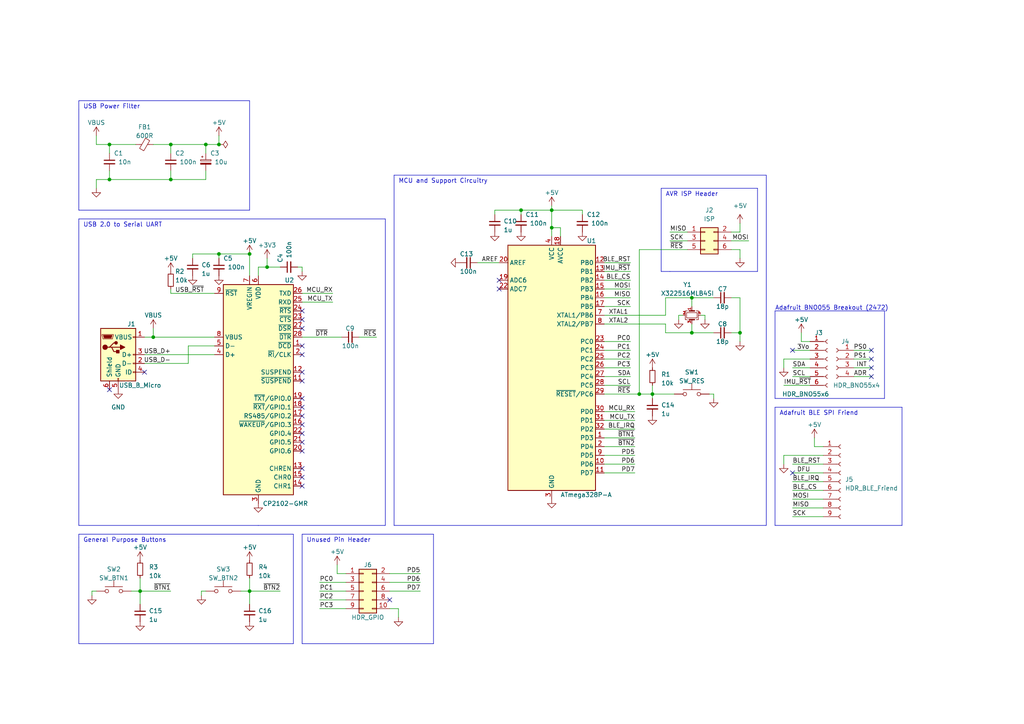
<source format=kicad_sch>
(kicad_sch (version 20230121) (generator eeschema)
  (paper "A4")
  (title_block (title "Rep Tracker") (date "2023-06-03") (rev "0"))
  (lib_symbols
    (symbol "+5V_1" (power) (pin_names (offset 0))
      (property "Value" "+5V_1" (at 0 3.556 0))
      (symbol "+5V_1_1_1"
        (pin power_in line (at 0 0 90) (length 0) hide (name "+5V") (number "1"))
      )
    )
    (symbol "+5V_2" (power) (pin_names (offset 0))
      (property "Value" "+5V_2" (at 0 3.556 0))
      (symbol "+5V_2_1_1"
        (pin power_in line (at 0 0 90) (length 0) hide (name "+5V") (number "1"))
      )
    )
    (symbol "+5V_3" (power) (pin_names (offset 0))
      (property "Value" "+5V_3" (at 0 3.556 0))
      (symbol "+5V_3_1_1"
        (pin power_in line (at 0 0 90) (length 0) hide (name "+5V") (number "1"))
      )
    )
    (symbol "+5V_4" (power) (pin_names (offset 0))
      (property "Value" "+5V_4" (at 0 3.556 0))
      (symbol "+5V_4_1_1"
        (pin power_in line (at 0 0 90) (length 0) hide (name "+5V") (number "1"))
      )
    )
    (symbol "Connector:Conn_01x04_Socket" (pin_names (offset 1.016) hide)
      (property "Reference" "J" (at 0 5.08 0))
      (property "Value" "Conn_01x04_Socket" (at 0 -7.62 0))
      (symbol "Conn_01x04_Socket_1_1"
        (pin passive line (at -5.08 2.54 0) (length 3.81) (name "Pin_1") (number "1"))
        (pin passive line (at -5.08 0 0) (length 3.81) (name "Pin_2") (number "2"))
        (pin passive line (at -5.08 -2.54 0) (length 3.81) (name "Pin_3") (number "3"))
        (pin passive line (at -5.08 -5.08 0) (length 3.81) (name "Pin_4") (number "4"))
      )
    )
    (symbol "Connector:Conn_01x06_Socket" (pin_names (offset 1.016) hide)
      (property "Reference" "J" (at 0 7.62 0))
      (property "Value" "Conn_01x06_Socket" (at 0 -10.16 0))
      (symbol "Conn_01x06_Socket_1_1"
        (pin passive line (at -5.08 5.08 0) (length 3.81) (name "Pin_1") (number "1"))
        (pin passive line (at -5.08 2.54 0) (length 3.81) (name "Pin_2") (number "2"))
        (pin passive line (at -5.08 0 0) (length 3.81) (name "Pin_3") (number "3"))
        (pin passive line (at -5.08 -2.54 0) (length 3.81) (name "Pin_4") (number "4"))
        (pin passive line (at -5.08 -5.08 0) (length 3.81) (name "Pin_5") (number "5"))
        (pin passive line (at -5.08 -7.62 0) (length 3.81) (name "Pin_6") (number "6"))
      )
    )
    (symbol "Connector:Conn_01x09_Socket" (pin_names (offset 1.016) hide)
      (property "Reference" "J" (at 0 12.7 0))
      (property "Value" "Conn_01x09_Socket" (at 0 -12.7 0))
      (symbol "Conn_01x09_Socket_1_1"
        (pin passive line (at -5.08 10.16 0) (length 3.81) (name "Pin_1") (number "1"))
        (pin passive line (at -5.08 7.62 0) (length 3.81) (name "Pin_2") (number "2"))
        (pin passive line (at -5.08 5.08 0) (length 3.81) (name "Pin_3") (number "3"))
        (pin passive line (at -5.08 2.54 0) (length 3.81) (name "Pin_4") (number "4"))
        (pin passive line (at -5.08 0 0) (length 3.81) (name "Pin_5") (number "5"))
        (pin passive line (at -5.08 -2.54 0) (length 3.81) (name "Pin_6") (number "6"))
        (pin passive line (at -5.08 -5.08 0) (length 3.81) (name "Pin_7") (number "7"))
        (pin passive line (at -5.08 -7.62 0) (length 3.81) (name "Pin_8") (number "8"))
        (pin passive line (at -5.08 -10.16 0) (length 3.81) (name "Pin_9") (number "9"))
      )
    )
    (symbol "Connector:USB_B_Micro" (pin_names (offset 1.016))
      (property "Reference" "J" (at -5.08 11.43 0))
      (property "Value" "USB_B_Micro" (at -5.08 8.89 0))
      (symbol "USB_B_Micro_1_1"
        (pin power_out line (at 7.62 5.08 180) (length 2.54) (name "VBUS") (number "1"))
        (pin bidirectional line (at 7.62 -2.54 180) (length 2.54) (name "D-") (number "2"))
        (pin bidirectional line (at 7.62 0 180) (length 2.54) (name "D+") (number "3"))
        (pin passive line (at 7.62 -5.08 180) (length 2.54) (name "ID") (number "4"))
        (pin power_out line (at 0 -10.16 90) (length 2.54) (name "GND") (number "5"))
        (pin passive line (at -2.54 -10.16 90) (length 2.54) (name "Shield") (number "6"))
      )
    )
    (symbol "Connector_Generic:Conn_02x03_Odd_Even" (pin_names (offset 1.016) hide)
      (property "Reference" "J" (at 1.27 5.08 0))
      (property "Value" "Conn_02x03_Odd_Even" (at 1.27 -5.08 0))
      (symbol "Conn_02x03_Odd_Even_1_1"
        (pin passive line (at -5.08 2.54 0) (length 3.81) (name "Pin_1") (number "1"))
        (pin passive line (at 7.62 2.54 180) (length 3.81) (name "Pin_2") (number "2"))
        (pin passive line (at -5.08 0 0) (length 3.81) (name "Pin_3") (number "3"))
        (pin passive line (at 7.62 0 180) (length 3.81) (name "Pin_4") (number "4"))
        (pin passive line (at -5.08 -2.54 0) (length 3.81) (name "Pin_5") (number "5"))
        (pin passive line (at 7.62 -2.54 180) (length 3.81) (name "Pin_6") (number "6"))
      )
    )
    (symbol "Connector_Generic:Conn_02x05_Odd_Even" (pin_names (offset 1.016) hide)
      (property "Reference" "J" (at 1.27 7.62 0))
      (property "Value" "Conn_02x05_Odd_Even" (at 1.27 -7.62 0))
      (symbol "Conn_02x05_Odd_Even_1_1"
        (pin passive line (at -5.08 5.08 0) (length 3.81) (name "Pin_1") (number "1"))
        (pin passive line (at 7.62 -5.08 180) (length 3.81) (name "Pin_10") (number "10"))
        (pin passive line (at 7.62 5.08 180) (length 3.81) (name "Pin_2") (number "2"))
        (pin passive line (at -5.08 2.54 0) (length 3.81) (name "Pin_3") (number "3"))
        (pin passive line (at 7.62 2.54 180) (length 3.81) (name "Pin_4") (number "4"))
        (pin passive line (at -5.08 0 0) (length 3.81) (name "Pin_5") (number "5"))
        (pin passive line (at 7.62 0 180) (length 3.81) (name "Pin_6") (number "6"))
        (pin passive line (at -5.08 -2.54 0) (length 3.81) (name "Pin_7") (number "7"))
        (pin passive line (at 7.62 -2.54 180) (length 3.81) (name "Pin_8") (number "8"))
        (pin passive line (at -5.08 -5.08 0) (length 3.81) (name "Pin_9") (number "9"))
      )
    )
    (symbol "Device:C_Polarized_Small" (pin_numbers hide) (pin_names (offset 0.254) hide)
      (property "Reference" "C" (at 0.254 1.778 0))
      (property "Value" "C_Polarized_Small" (at 0.254 -2.032 0))
      (symbol "C_Polarized_Small_1_1"
        (pin passive line (at 0 2.54 270) (length 1.8542) (name "~") (number "1"))
        (pin passive line (at 0 -2.54 90) (length 1.8542) (name "~") (number "2"))
      )
    )
    (symbol "Device:C_Small" (pin_numbers hide) (pin_names (offset 0.254) hide)
      (property "Reference" "C" (at 0.254 1.778 0))
      (property "Value" "C_Small" (at 0.254 -2.032 0))
      (symbol "C_Small_1_1"
        (pin passive line (at 0 2.54 270) (length 2.032) (name "~") (number "1"))
        (pin passive line (at 0 -2.54 90) (length 2.032) (name "~") (number "2"))
      )
    )
    (symbol "Device:Crystal_GND24_Small" (pin_names (offset 1.016) hide)
      (property "Reference" "Y" (at 1.27 4.445 0))
      (property "Value" "Crystal_GND24_Small" (at 1.27 2.54 0))
      (symbol "Crystal_GND24_Small_1_1"
        (pin passive line (at -2.54 0 0) (length 1.27) (name "1") (number "1"))
        (pin passive line (at 0 -2.54 90) (length 0.635) (name "2") (number "2"))
        (pin passive line (at 2.54 0 180) (length 1.27) (name "3") (number "3"))
        (pin passive line (at 0 2.54 270) (length 0.635) (name "4") (number "4"))
      )
    )
    (symbol "Device:FerriteBead_Small" (pin_numbers hide) (pin_names (offset 0))
      (property "Reference" "FB" (at 1.905 1.27 0))
      (property "Value" "FerriteBead_Small" (at 1.905 -1.27 0))
      (symbol "FerriteBead_Small_1_1"
        (pin passive line (at 0 2.54 270) (length 1.27) (name "~") (number "1"))
        (pin passive line (at 0 -2.54 90) (length 1.27) (name "~") (number "2"))
      )
    )
    (symbol "Device:R_Small" (pin_numbers hide) (pin_names (offset 0.254) hide)
      (property "Reference" "R" (at 0.762 0.508 0))
      (property "Value" "R_Small" (at 0.762 -1.016 0))
      (symbol "R_Small_1_1"
        (pin passive line (at 0 2.54 270) (length 0.762) (name "~") (number "1"))
        (pin passive line (at 0 -2.54 90) (length 0.762) (name "~") (number "2"))
      )
    )
    (symbol "GND_1" (power) (pin_names (offset 0))
      (property "Value" "GND_1" (at 0 -3.81 0))
      (symbol "GND_1_1_1"
        (pin power_in line (at 0 0 270) (length 0) hide (name "GND") (number "1"))
      )
    )
    (symbol "Interface_USB:CP2102N-Axx-xQFN28"
      (property "Reference" "U" (at -8.89 31.75 0))
      (property "Value" "CP2102N-Axx-xQFN28" (at 12.7 31.75 0))
      (symbol "CP2102N-Axx-xQFN28_1_1"
        (pin input line (at 12.7 12.7 180) (length 2.54) (name "~{DCD}") (number "1"))
        (pin no_connect line (at -10.16 -27.94 0) (length 2.54) hide (name "NC") (number "10"))
        (pin output line (at 12.7 2.54 180) (length 2.54) (name "~{SUSPEND}") (number "11"))
        (pin output line (at 12.7 5.08 180) (length 2.54) (name "SUSPEND") (number "12"))
        (pin output line (at 12.7 -22.86 180) (length 2.54) (name "CHREN") (number "13"))
        (pin output line (at 12.7 -27.94 180) (length 2.54) (name "CHR1") (number "14"))
        (pin output line (at 12.7 -25.4 180) (length 2.54) (name "CHR0") (number "15"))
        (pin bidirectional line (at 12.7 -10.16 180) (length 2.54) (name "~{WAKEUP}/GPIO.3") (number "16"))
        (pin bidirectional line (at 12.7 -7.62 180) (length 2.54) (name "RS485/GPIO.2") (number "17"))
        (pin bidirectional line (at 12.7 -5.08 180) (length 2.54) (name "~{RXT}/GPIO.1") (number "18"))
        (pin bidirectional line (at 12.7 -2.54 180) (length 2.54) (name "~{TXT}/GPIO.0") (number "19"))
        (pin bidirectional line (at 12.7 10.16 180) (length 2.54) (name "~{RI}/CLK") (number "2"))
        (pin bidirectional line (at 12.7 -17.78 180) (length 2.54) (name "GPIO.6") (number "20"))
        (pin bidirectional line (at 12.7 -15.24 180) (length 2.54) (name "GPIO.5") (number "21"))
        (pin bidirectional line (at 12.7 -12.7 180) (length 2.54) (name "GPIO.4") (number "22"))
        (pin input line (at 12.7 20.32 180) (length 2.54) (name "~{CTS}") (number "23"))
        (pin output line (at 12.7 22.86 180) (length 2.54) (name "~{RTS}") (number "24"))
        (pin input line (at 12.7 25.4 180) (length 2.54) (name "RXD") (number "25"))
        (pin output line (at 12.7 27.94 180) (length 2.54) (name "TXD") (number "26"))
        (pin input line (at 12.7 17.78 180) (length 2.54) (name "~{DSR}") (number "27"))
        (pin output line (at 12.7 15.24 180) (length 2.54) (name "~{DTR}") (number "28"))
        (pin passive line (at 0 -33.02 90) (length 2.54) hide (name "GND") (number "29"))
        (pin power_in line (at 0 -33.02 90) (length 2.54) (name "GND") (number "3"))
        (pin bidirectional line (at -12.7 10.16 0) (length 2.54) (name "D+") (number "4"))
        (pin bidirectional line (at -12.7 12.7 0) (length 2.54) (name "D-") (number "5"))
        (pin power_in line (at 0 33.02 270) (length 2.54) (name "VDD") (number "6"))
        (pin power_in line (at -2.54 33.02 270) (length 2.54) (name "VREGIN") (number "7"))
        (pin input line (at -12.7 15.24 0) (length 2.54) (name "VBUS") (number "8"))
        (pin input line (at -12.7 27.94 0) (length 2.54) (name "~{RST}") (number "9"))
      )
    )
    (symbol "MCU_Microchip_ATmega:ATmega328P-A"
      (property "Reference" "U" (at -12.7 36.83 0))
      (property "Value" "ATmega328P-A" (at 2.54 -36.83 0))
      (symbol "ATmega328P-A_1_1"
        (pin bidirectional line (at 15.24 -20.32 180) (length 2.54) (name "PD3") (number "1"))
        (pin bidirectional line (at 15.24 -27.94 180) (length 2.54) (name "PD6") (number "10"))
        (pin bidirectional line (at 15.24 -30.48 180) (length 2.54) (name "PD7") (number "11"))
        (pin bidirectional line (at 15.24 30.48 180) (length 2.54) (name "PB0") (number "12"))
        (pin bidirectional line (at 15.24 27.94 180) (length 2.54) (name "PB1") (number "13"))
        (pin bidirectional line (at 15.24 25.4 180) (length 2.54) (name "PB2") (number "14"))
        (pin bidirectional line (at 15.24 22.86 180) (length 2.54) (name "PB3") (number "15"))
        (pin bidirectional line (at 15.24 20.32 180) (length 2.54) (name "PB4") (number "16"))
        (pin bidirectional line (at 15.24 17.78 180) (length 2.54) (name "PB5") (number "17"))
        (pin power_in line (at 2.54 38.1 270) (length 2.54) (name "AVCC") (number "18"))
        (pin input line (at -15.24 25.4 0) (length 2.54) (name "ADC6") (number "19"))
        (pin bidirectional line (at 15.24 -22.86 180) (length 2.54) (name "PD4") (number "2"))
        (pin passive line (at -15.24 30.48 0) (length 2.54) (name "AREF") (number "20"))
        (pin passive line (at 0 -38.1 90) (length 2.54) hide (name "GND") (number "21"))
        (pin input line (at -15.24 22.86 0) (length 2.54) (name "ADC7") (number "22"))
        (pin bidirectional line (at 15.24 7.62 180) (length 2.54) (name "PC0") (number "23"))
        (pin bidirectional line (at 15.24 5.08 180) (length 2.54) (name "PC1") (number "24"))
        (pin bidirectional line (at 15.24 2.54 180) (length 2.54) (name "PC2") (number "25"))
        (pin bidirectional line (at 15.24 0 180) (length 2.54) (name "PC3") (number "26"))
        (pin bidirectional line (at 15.24 -2.54 180) (length 2.54) (name "PC4") (number "27"))
        (pin bidirectional line (at 15.24 -5.08 180) (length 2.54) (name "PC5") (number "28"))
        (pin bidirectional line (at 15.24 -7.62 180) (length 2.54) (name "~{RESET}/PC6") (number "29"))
        (pin power_in line (at 0 -38.1 90) (length 2.54) (name "GND") (number "3"))
        (pin bidirectional line (at 15.24 -12.7 180) (length 2.54) (name "PD0") (number "30"))
        (pin bidirectional line (at 15.24 -15.24 180) (length 2.54) (name "PD1") (number "31"))
        (pin bidirectional line (at 15.24 -17.78 180) (length 2.54) (name "PD2") (number "32"))
        (pin power_in line (at 0 38.1 270) (length 2.54) (name "VCC") (number "4"))
        (pin passive line (at 0 -38.1 90) (length 2.54) hide (name "GND") (number "5"))
        (pin passive line (at 0 38.1 270) (length 2.54) hide (name "VCC") (number "6"))
        (pin bidirectional line (at 15.24 15.24 180) (length 2.54) (name "XTAL1/PB6") (number "7"))
        (pin bidirectional line (at 15.24 12.7 180) (length 2.54) (name "XTAL2/PB7") (number "8"))
        (pin bidirectional line (at 15.24 -25.4 180) (length 2.54) (name "PD5") (number "9"))
      )
    )
    (symbol "PWR_FLAG_1" (power) (pin_numbers hide) (pin_names (offset 0) hide)
      (property "Value" "PWR_FLAG_1" (at 0 3.81 0))
      (symbol "PWR_FLAG_1_0_0"
        (pin power_out line (at 0 0 90) (length 0) (name "pwr") (number "1"))
      )
    )
    (symbol "Switch:SW_Push" (pin_numbers hide) (pin_names (offset 1.016) hide)
      (property "Reference" "SW" (at 1.27 2.54 0))
      (property "Value" "SW_Push" (at 0 -1.524 0))
      (symbol "SW_Push_0_1"
        (pin passive line (at -5.08 0 0) (length 2.54) (name "1") (number "1"))
        (pin passive line (at 5.08 0 180) (length 2.54) (name "2") (number "2"))
      )
    )
    (symbol "power:+3V3" (power) (pin_names (offset 0))
      (property "Value" "+3V3" (at 0 3.556 0))
      (symbol "+3V3_1_1"
        (pin power_in line (at 0 0 90) (length 0) hide (name "+3V3") (number "1"))
      )
    )
    (symbol "power:+5V" (power) (pin_names (offset 0))
      (property "Value" "+5V" (at 0 3.556 0))
      (symbol "+5V_1_1"
        (pin power_in line (at 0 0 90) (length 0) hide (name "+5V") (number "1"))
      )
    )
    (symbol "power:GND" (power) (pin_names (offset 0))
      (property "Value" "GND" (at 0 -3.81 0))
      (symbol "GND_1_1"
        (pin power_in line (at 0 0 270) (length 0) hide (name "GND") (number "1"))
      )
    )
    (symbol "power:VBUS" (power) (pin_names (offset 0))
      (property "Value" "VBUS" (at 0 3.81 0))
      (symbol "VBUS_1_1"
        (pin power_in line (at 0 0 90) (length 0) hide (name "VBUS") (number "1"))
      )
    )
  )
  (junction (at 63.5 41.91))
  (junction (at 72.39 73.66))
  (junction (at 63.5 73.66))
  (junction (at 40.64 171.45))
  (junction (at 77.47 77.47))
  (junction (at 59.69 41.91))
  (junction (at 160.02 60.96))
  (junction (at 151.13 60.96))
  (junction (at 31.75 41.91))
  (junction (at 44.45 97.79))
  (junction (at 200.66 86.36))
  (junction (at 200.66 96.52))
  (junction (at 185.42 114.3))
  (junction (at 214.63 96.52))
  (junction (at 72.39 171.45))
  (junction (at 189.23 114.3))
  (junction (at 49.53 52.07))
  (junction (at 160.02 66.04))
  (junction (at 49.53 41.91))
  (junction (at 31.75 52.07))
  (no_connect (at 87.63 125.73))
  (no_connect (at 229.87 101.6))
  (no_connect (at 87.63 118.11))
  (no_connect (at 113.03 173.99))
  (no_connect (at 252.73 109.22))
  (no_connect (at 87.63 130.81))
  (no_connect (at 41.91 107.95))
  (no_connect (at 252.73 101.6))
  (no_connect (at 144.78 81.28))
  (no_connect (at 144.78 83.82))
  (no_connect (at 87.63 107.95))
  (no_connect (at 87.63 135.89))
  (no_connect (at 87.63 110.49))
  (no_connect (at 252.73 104.14))
  (no_connect (at 252.73 106.68))
  (no_connect (at 87.63 128.27))
  (no_connect (at 87.63 138.43))
  (no_connect (at 87.63 140.97))
  (no_connect (at 87.63 92.71))
  (no_connect (at 87.63 95.25))
  (no_connect (at 87.63 90.17))
  (no_connect (at 87.63 120.65))
  (no_connect (at 31.75 113.03))
  (no_connect (at 229.87 137.16))
  (no_connect (at 87.63 100.33))
  (no_connect (at 87.63 123.19))
  (no_connect (at 87.63 115.57))
  (no_connect (at 87.63 102.87))
  (wire (pts (xy 143.51 60.96) (xy 151.13 60.96)))
  (polyline (pts (xy 72.39 29.21) (xy 22.86 29.21)))
  (wire (pts (xy 62.23 100.33) (xy 54.61 100.33)))
  (wire (pts (xy 227.33 104.14) (xy 234.95 104.14)))
  (wire (pts (xy 229.87 134.62) (xy 238.76 134.62)))
  (wire (pts (xy 175.26 121.92) (xy 184.15 121.92)))
  (polyline (pts (xy 261.62 118.11) (xy 224.79 118.11)))
  (wire (pts (xy 175.26 86.36) (xy 182.88 86.36)))
  (wire (pts (xy 59.69 52.07) (xy 49.53 52.07)))
  (wire (pts (xy 63.5 73.66) (xy 72.39 73.66)))
  (wire (pts (xy 27.94 171.45) (xy 26.67 171.45)))
  (wire (pts (xy 204.47 92.71) (xy 204.47 91.44)))
  (wire (pts (xy 175.26 129.54) (xy 184.15 129.54)))
  (polyline (pts (xy 111.76 63.5) (xy 22.86 63.5)))
  (wire (pts (xy 87.63 77.47) (xy 86.36 77.47)))
  (wire (pts (xy 87.63 97.79) (xy 99.06 97.79)))
  (wire (pts (xy 168.91 60.96) (xy 160.02 60.96)))
  (polyline (pts (xy 22.86 31.75) (xy 22.86 60.96)))
  (wire (pts (xy 214.63 72.39) (xy 214.63 74.93)))
  (wire (pts (xy 185.42 72.39) (xy 185.42 114.3)))
  (wire (pts (xy 175.26 127) (xy 184.15 127)))
  (wire (pts (xy 247.65 109.22) (xy 252.73 109.22)))
  (wire (pts (xy 77.47 77.47) (xy 81.28 77.47)))
  (wire (pts (xy 63.5 41.91) (xy 63.5 39.37)))
  (polyline (pts (xy 224.79 115.57) (xy 256.54 115.57)))
  (wire (pts (xy 175.26 104.14) (xy 182.88 104.14)))
  (wire (pts (xy 143.51 62.23) (xy 143.51 60.96)))
  (wire (pts (xy 54.61 100.33) (xy 54.61 105.41)))
  (wire (pts (xy 40.64 171.45) (xy 40.64 175.26)))
  (wire (pts (xy 234.95 99.06) (xy 232.41 99.06)))
  (wire (pts (xy 58.42 171.45) (xy 58.42 172.72)))
  (wire (pts (xy 175.26 93.98) (xy 193.04 93.98)))
  (wire (pts (xy 229.87 137.16) (xy 238.76 137.16)))
  (polyline (pts (xy 222.25 152.4) (xy 222.25 50.8)))
  (wire (pts (xy 74.93 77.47) (xy 77.47 77.47)))
  (wire (pts (xy 160.02 60.96) (xy 160.02 66.04)))
  (wire (pts (xy 72.39 171.45) (xy 72.39 175.26)))
  (wire (pts (xy 151.13 62.23) (xy 151.13 60.96)))
  (wire (pts (xy 189.23 114.3) (xy 195.58 114.3)))
  (wire (pts (xy 44.45 41.91) (xy 49.53 41.91)))
  (wire (pts (xy 175.26 134.62) (xy 184.15 134.62)))
  (wire (pts (xy 200.66 86.36) (xy 193.04 86.36)))
  (wire (pts (xy 31.75 49.53) (xy 31.75 52.07)))
  (polyline (pts (xy 191.77 54.61) (xy 191.77 78.74)))
  (polyline (pts (xy 111.76 152.4) (xy 111.76 63.5)))
  (wire (pts (xy 113.03 168.91) (xy 121.92 168.91)))
  (wire (pts (xy 175.26 83.82) (xy 182.88 83.82)))
  (wire (pts (xy 59.69 171.45) (xy 58.42 171.45)))
  (wire (pts (xy 55.88 74.93) (xy 55.88 73.66)))
  (wire (pts (xy 113.03 171.45) (xy 121.92 171.45)))
  (wire (pts (xy 247.65 101.6) (xy 252.73 101.6)))
  (wire (pts (xy 229.87 149.86) (xy 238.76 149.86)))
  (wire (pts (xy 200.66 96.52) (xy 207.01 96.52)))
  (wire (pts (xy 31.75 52.07) (xy 27.94 52.07)))
  (wire (pts (xy 175.26 114.3) (xy 185.42 114.3)))
  (wire (pts (xy 113.03 166.37) (xy 121.92 166.37)))
  (wire (pts (xy 59.69 49.53) (xy 59.69 52.07)))
  (wire (pts (xy 72.39 73.66) (xy 72.39 80.01)))
  (polyline (pts (xy 224.79 118.11) (xy 224.79 152.4)))
  (polyline (pts (xy 261.62 152.4) (xy 261.62 118.11)))
  (wire (pts (xy 41.91 105.41) (xy 54.61 105.41)))
  (polyline (pts (xy 22.86 154.94) (xy 22.86 158.75)))
  (wire (pts (xy 175.26 101.6) (xy 182.88 101.6)))
  (wire (pts (xy 113.03 176.53) (xy 115.57 176.53)))
  (polyline (pts (xy 219.71 78.74) (xy 219.71 54.61)))
  (wire (pts (xy 97.79 163.83) (xy 97.79 166.37)))
  (wire (pts (xy 205.74 114.3) (xy 207.01 114.3)))
  (wire (pts (xy 207.01 114.3) (xy 207.01 115.57)))
  (wire (pts (xy 40.64 167.64) (xy 40.64 171.45)))
  (polyline (pts (xy 72.39 60.96) (xy 72.39 29.21)))
  (wire (pts (xy 175.26 88.9) (xy 182.88 88.9)))
  (wire (pts (xy 200.66 93.98) (xy 200.66 96.52)))
  (wire (pts (xy 55.88 73.66) (xy 63.5 73.66)))
  (polyline (pts (xy 22.86 186.69) (xy 85.09 186.69)))
  (polyline (pts (xy 219.71 54.61) (xy 191.77 54.61)))
  (wire (pts (xy 27.94 52.07) (xy 27.94 54.61)))
  (wire (pts (xy 196.85 91.44) (xy 198.12 91.44)))
  (wire (pts (xy 160.02 66.04) (xy 160.02 68.58)))
  (wire (pts (xy 200.66 88.9) (xy 200.66 86.36)))
  (wire (pts (xy 49.53 49.53) (xy 49.53 52.07)))
  (wire (pts (xy 236.22 127) (xy 236.22 129.54)))
  (wire (pts (xy 38.1 171.45) (xy 40.64 171.45)))
  (polyline (pts (xy 125.73 154.94) (xy 125.73 186.69)))
  (wire (pts (xy 232.41 96.52) (xy 232.41 99.06)))
  (polyline (pts (xy 114.3 152.4) (xy 222.25 152.4)))
  (wire (pts (xy 247.65 106.68) (xy 252.73 106.68)))
  (wire (pts (xy 196.85 92.71) (xy 196.85 91.44)))
  (wire (pts (xy 87.63 78.74) (xy 87.63 77.47)))
  (wire (pts (xy 227.33 132.08) (xy 227.33 134.62)))
  (wire (pts (xy 175.26 81.28) (xy 182.88 81.28)))
  (wire (pts (xy 200.66 96.52) (xy 193.04 96.52)))
  (wire (pts (xy 49.53 52.07) (xy 31.75 52.07)))
  (wire (pts (xy 31.75 41.91) (xy 39.37 41.91)))
  (polyline (pts (xy 87.63 154.94) (xy 125.73 154.94)))
  (wire (pts (xy 212.09 86.36) (xy 214.63 86.36)))
  (wire (pts (xy 44.45 95.25) (xy 44.45 97.79)))
  (wire (pts (xy 92.71 168.91) (xy 100.33 168.91)))
  (wire (pts (xy 87.63 85.09) (xy 96.52 85.09)))
  (wire (pts (xy 92.71 176.53) (xy 100.33 176.53)))
  (wire (pts (xy 189.23 114.3) (xy 189.23 115.57)))
  (wire (pts (xy 189.23 111.76) (xy 189.23 114.3)))
  (wire (pts (xy 77.47 77.47) (xy 77.47 74.93)))
  (wire (pts (xy 31.75 41.91) (xy 31.75 44.45)))
  (wire (pts (xy 138.43 76.2) (xy 144.78 76.2)))
  (wire (pts (xy 104.14 97.79) (xy 109.22 97.79)))
  (wire (pts (xy 229.87 144.78) (xy 238.76 144.78)))
  (wire (pts (xy 214.63 67.31) (xy 214.63 64.77)))
  (polyline (pts (xy 256.54 115.57) (xy 256.54 90.17)))
  (wire (pts (xy 229.87 147.32) (xy 238.76 147.32)))
  (polyline (pts (xy 194.31 78.74) (xy 219.71 78.74)))
  (polyline (pts (xy 22.86 60.96) (xy 72.39 60.96)))
  (wire (pts (xy 193.04 96.52) (xy 193.04 93.98)))
  (polyline (pts (xy 222.25 50.8) (xy 114.3 50.8)))
  (wire (pts (xy 229.87 101.6) (xy 234.95 101.6)))
  (wire (pts (xy 229.87 142.24) (xy 238.76 142.24)))
  (wire (pts (xy 72.39 167.64) (xy 72.39 171.45)))
  (polyline (pts (xy 87.63 186.69) (xy 87.63 154.94)))
  (polyline (pts (xy 22.86 63.5) (xy 22.86 152.4)))
  (wire (pts (xy 247.65 104.14) (xy 252.73 104.14)))
  (wire (pts (xy 238.76 129.54) (xy 236.22 129.54)))
  (polyline (pts (xy 191.77 78.74) (xy 194.31 78.74)))
  (wire (pts (xy 214.63 96.52) (xy 214.63 99.06)))
  (wire (pts (xy 175.26 111.76) (xy 182.88 111.76)))
  (wire (pts (xy 212.09 96.52) (xy 214.63 96.52)))
  (wire (pts (xy 59.69 41.91) (xy 63.5 41.91)))
  (wire (pts (xy 49.53 83.82) (xy 49.53 85.09)))
  (wire (pts (xy 151.13 60.96) (xy 160.02 60.96)))
  (wire (pts (xy 229.87 109.22) (xy 234.95 109.22)))
  (wire (pts (xy 49.53 41.91) (xy 49.53 44.45)))
  (wire (pts (xy 92.71 171.45) (xy 100.33 171.45)))
  (wire (pts (xy 212.09 69.85) (xy 217.17 69.85)))
  (wire (pts (xy 193.04 86.36) (xy 193.04 91.44)))
  (wire (pts (xy 26.67 171.45) (xy 26.67 172.72)))
  (wire (pts (xy 229.87 106.68) (xy 234.95 106.68)))
  (wire (pts (xy 204.47 91.44) (xy 203.2 91.44)))
  (wire (pts (xy 194.31 67.31) (xy 199.39 67.31)))
  (wire (pts (xy 92.71 173.99) (xy 100.33 173.99)))
  (wire (pts (xy 175.26 124.46) (xy 184.15 124.46)))
  (wire (pts (xy 44.45 97.79) (xy 62.23 97.79)))
  (polyline (pts (xy 114.3 50.8) (xy 114.3 152.4)))
  (wire (pts (xy 115.57 176.53) (xy 115.57 179.07)))
  (polyline (pts (xy 74.93 152.4) (xy 111.76 152.4)))
  (wire (pts (xy 41.91 102.87) (xy 62.23 102.87)))
  (wire (pts (xy 227.33 111.76) (xy 234.95 111.76)))
  (wire (pts (xy 49.53 41.91) (xy 59.69 41.91)))
  (wire (pts (xy 59.69 41.91) (xy 59.69 44.45)))
  (wire (pts (xy 185.42 72.39) (xy 199.39 72.39)))
  (polyline (pts (xy 22.86 152.4) (xy 74.93 152.4)))
  (wire (pts (xy 27.94 39.37) (xy 27.94 41.91)))
  (wire (pts (xy 74.93 80.01) (xy 74.93 77.47)))
  (wire (pts (xy 175.26 76.2) (xy 182.88 76.2)))
  (wire (pts (xy 41.91 97.79) (xy 44.45 97.79)))
  (wire (pts (xy 69.85 171.45) (xy 72.39 171.45)))
  (polyline (pts (xy 256.54 90.17) (xy 224.79 90.17)))
  (wire (pts (xy 212.09 67.31) (xy 214.63 67.31)))
  (wire (pts (xy 168.91 62.23) (xy 168.91 60.96)))
  (polyline (pts (xy 22.86 29.21) (xy 22.86 31.75)))
  (wire (pts (xy 214.63 86.36) (xy 214.63 96.52)))
  (wire (pts (xy 185.42 114.3) (xy 189.23 114.3)))
  (wire (pts (xy 49.53 85.09) (xy 62.23 85.09)))
  (wire (pts (xy 175.26 132.08) (xy 184.15 132.08)))
  (wire (pts (xy 40.64 171.45) (xy 49.53 171.45)))
  (wire (pts (xy 227.33 132.08) (xy 238.76 132.08)))
  (wire (pts (xy 27.94 41.91) (xy 31.75 41.91)))
  (wire (pts (xy 87.63 87.63) (xy 96.52 87.63)))
  (wire (pts (xy 72.39 171.45) (xy 81.28 171.45)))
  (wire (pts (xy 162.56 68.58) (xy 162.56 66.04)))
  (wire (pts (xy 175.26 106.68) (xy 182.88 106.68)))
  (wire (pts (xy 160.02 59.69) (xy 160.02 60.96)))
  (polyline (pts (xy 224.79 90.17) (xy 224.79 115.57)))
  (wire (pts (xy 175.26 119.38) (xy 184.15 119.38)))
  (wire (pts (xy 229.87 139.7) (xy 238.76 139.7)))
  (wire (pts (xy 175.26 137.16) (xy 184.15 137.16)))
  (wire (pts (xy 194.31 69.85) (xy 199.39 69.85)))
  (wire (pts (xy 175.26 99.06) (xy 182.88 99.06)))
  (wire (pts (xy 212.09 72.39) (xy 214.63 72.39)))
  (polyline (pts (xy 85.09 186.69) (xy 85.09 154.94)))
  (wire (pts (xy 200.66 86.36) (xy 207.01 86.36)))
  (wire (pts (xy 227.33 104.14) (xy 227.33 106.68)))
  (wire (pts (xy 175.26 78.74) (xy 182.88 78.74)))
  (polyline (pts (xy 224.79 152.4) (xy 261.62 152.4)))
  (wire (pts (xy 175.26 91.44) (xy 193.04 91.44)))
  (wire (pts (xy 162.56 66.04) (xy 160.02 66.04)))
  (polyline (pts (xy 22.86 158.75) (xy 22.86 186.69)))
  (wire (pts (xy 100.33 166.37) (xy 97.79 166.37)))
  (wire (pts (xy 175.26 109.22) (xy 182.88 109.22)))
  (polyline (pts (xy 87.63 186.69) (xy 125.73 186.69)))
  (polyline (pts (xy 85.09 154.94) (xy 22.86 154.94)))
  (wire (pts (xy 63.5 73.66) (xy 63.5 74.93)))
  (text "AVR ISP Header" (at 193.04 57.15 0) (effects (font (size 1.27 1.27)) (justify left bottom)))
  (text "USB 2.0 to Serial UART" (at 24.13 66.04 0) (effects (font (size 1.27 1.27)) (justify left bottom)))
  (text "General Purpose Buttons" (at 24.13 157.48 0) (effects (font (size 1.27 1.27)) (justify left bottom)))
  (text "MCU and Support Circuitry" (at 115.57 53.34 0) (effects (font (size 1.27 1.27)) (justify left bottom)))
  (text "Unused Pin Header" (at 88.9 157.48 0) (effects (font (size 1.27 1.27)) (justify left bottom)))
  (text "Adafruit BNO055 Breakout (2472)" (at 224.79 90.17 0) (effects (font (size 1.27 1.27)) (justify left bottom)))
  (text "USB Power Filter" (at 24.13 31.75 0) (effects (font (size 1.27 1.27)) (justify left bottom)))
  (text "Adafruit BLE SPI Friend" (at 226.06 120.65 0) (effects (font (size 1.27 1.27)) (justify left bottom)))
  (label "BLE_CS" (at 182.88 81.28 180))
  (label "SDA" (at 182.88 109.22 180))
  (label "PD7" (at 184.15 137.16 180))
  (label "PC1" (at 92.71 171.45 0))
  (label "USB_D+" (at 49.53 102.87 180))
  (label "MCU_RX" (at 96.52 85.09 180))
  (label "MISO" (at 229.87 147.32 0))
  (label "~{BTN2}" (at 81.28 171.45 180))
  (label "~{BTN1}" (at 49.53 171.45 180))
  (label "MOSI" (at 229.87 144.78 0))
  (label "USB_~{RST}" (at 50.8 85.09 0))
  (label "XTAL1" (at 176.53 91.44 0))
  (label "IMU_~{RST}" (at 182.88 78.74 180))
  (label "PC3" (at 182.88 106.68 180))
  (label "SDA" (at 229.87 106.68 0))
  (label "SCK" (at 194.31 69.85 0))
  (label "~{RES}" (at 182.88 114.3 180))
  (label "PC2" (at 182.88 104.14 180))
  (label "PC0" (at 182.88 99.06 180))
  (label "MOSI" (at 217.17 69.85 180))
  (label "3Vo" (at 231.14 101.6 0))
  (label "PS1" (at 251.46 104.14 180))
  (label "~{BTN1}" (at 184.15 127 180))
  (label "BLE_CS" (at 229.87 142.24 0))
  (label "~{RES}" (at 109.22 97.79 180))
  (label "MCU_RX" (at 184.15 119.38 180))
  (label "PD5" (at 184.15 132.08 180))
  (label "XTAL2" (at 176.53 93.98 0))
  (label "ADR" (at 251.46 109.22 180))
  (label "PD7" (at 121.92 171.45 180))
  (label "AREF" (at 139.7 76.2 0))
  (label "MISO" (at 194.31 67.31 0))
  (label "SCL" (at 182.88 111.76 180))
  (label "IMU_~{RST}" (at 227.33 111.76 0))
  (label "PD6" (at 184.15 134.62 180))
  (label "MCU_TX" (at 96.52 87.63 180))
  (label "PC2" (at 92.71 173.99 0))
  (label "PC1" (at 182.88 101.6 180))
  (label "PD6" (at 121.92 168.91 180))
  (label "~{DTR}" (at 91.44 97.79 0))
  (label "BLE_IRQ" (at 229.87 139.7 0))
  (label "DFU" (at 231.14 137.16 0))
  (label "INT" (at 251.46 106.68 180))
  (label "MCU_TX" (at 184.15 121.92 180))
  (label "BLE_RST" (at 229.87 134.62 0))
  (label "SCL" (at 229.87 109.22 0))
  (label "~{BTN2}" (at 184.15 129.54 180))
  (label "MISO" (at 182.88 86.36 180))
  (label "PC3" (at 92.71 176.53 0))
  (label "BLE_RST" (at 182.88 76.2 180))
  (label "SCK" (at 229.87 149.86 0))
  (label "PC0" (at 92.71 168.91 0))
  (label "USB_D-" (at 49.53 105.41 180))
  (label "BLE_IRQ" (at 184.15 124.46 180))
  (label "SCK" (at 182.88 88.9 180))
  (label "MOSI" (at 182.88 83.82 180))
  (label "~{RES}" (at 194.31 72.39 0))
  (label "PD5" (at 121.92 166.37 180))
  (label "PS0" (at 251.46 101.6 180))
  (symbol (lib_name "+5V_2") (lib_id "power:+5V") (at 40.64 162.56 0) (unit 1)
    (property "Reference" "#PWR029" (effects hide))
    (property "Value" "+5V" (at 40.64 158.75 0))
  )
  (symbol (lib_id "power:GND") (at 214.63 99.06 0) (unit 1)
    (property "Reference" "#PWR014" (effects hide))
    (property "Value" "GND" (effects hide))
  )
  (symbol (lib_id "Device:R_Small") (at 72.39 165.1 0) (unit 1)
    (property "Reference" "R4" (at 74.93 164.465 0) (effects (justify left)))
    (property "Value" "10k" (at 74.93 167.005 0) (effects (justify left)))
    (property "Footprint" "Resistor_SMD:R_0402_1005Metric" (effects hide))
  )
  (symbol (lib_id "Connector:USB_B_Micro") (at 34.29 102.87 0) (unit 1)
    (property "Reference" "J1" (at 38.1 93.98 0))
    (property "Value" "USB_B_Micro" (at 40.64 111.76 0))
    (property "Footprint" "Connector_USB:USB_Micro-B_Molex-105017-0001" (effects hide))
  )
  (symbol (lib_id "Connector:Conn_01x06_Socket") (at 240.03 104.14 0) (unit 1)
    (property "Reference" "J3" (at 237.49 96.52 0))
    (property "Value" "HDR_BNO55x6" (at 233.68 114.3 0))
    (property "Footprint" "Connector_PinSocket_2.54mm:PinSocket_1x06_P2.54mm_Vertical" (effects hide))
  )
  (symbol (lib_id "power:GND") (at 58.42 172.72 0) (unit 1)
    (property "Reference" "#PWR035" (effects hide))
    (property "Value" "GND" (effects hide))
  )
  (symbol (lib_id "power:GND") (at 55.88 80.01 0) (unit 1)
    (property "Reference" "#PWR09" (effects hide))
    (property "Value" "GND" (effects hide))
  )
  (symbol (lib_id "Device:C_Polarized_Small") (at 59.69 46.99 0) (unit 1)
    (property "Reference" "C3" (at 60.96 44.45 0) (effects (justify left)))
    (property "Value" "10u" (at 62.23 46.99 0) (effects (justify left)))
    (property "Footprint" "Capacitor_Tantalum_SMD:CP_EIA-3216-18_Kemet-A" (effects hide))
    (property "Datasheet" "https://datasheet.lcsc.com/lcsc/1811071223_Kyocera-AVX-TAJA106K016RNJ_C7171.pdf" (effects hide))
    (property "Mfr" "Kyocera AVX" (effects hide))
    (property "Mfr Part" "TAJA106K016RNJ" (effects hide))
    (property "Sup Part" "C7171" (effects hide))
    (property "Sup" "JLCPCB" (effects hide))
  )
  (symbol (lib_id "power:GND") (at 204.47 92.71 0) (unit 1)
    (property "Reference" "#PWR013" (effects hide))
    (property "Value" "GND" (effects hide))
  )
  (symbol (lib_name "+5V_3") (lib_id "power:+5V") (at 160.02 59.69 0) (unit 1)
    (property "Reference" "#PWR023" (effects hide))
    (property "Value" "+5V" (at 160.02 55.88 0))
  )
  (symbol (lib_id "Device:C_Small") (at 63.5 77.47 0) (unit 1)
    (property "Reference" "C5" (at 64.77 74.93 0) (effects (justify left)))
    (property "Value" "100n" (at 66.04 77.47 0) (effects (justify left)))
    (property "Footprint" "Capacitor_SMD:C_0402_1005Metric" (effects hide))
    (property "Datasheet" "https://datasheet.lcsc.com/lcsc/1810191219_Samsung-Electro-Mechanics-CL05B104KO5NNNC_C1525.pdf" (effects hide))
    (property "Mfr" "Samsung Electro-Mechanics" (effects hide))
    (property "Mfr Part" "CL05B104KO5NNNC" (effects hide))
    (property "Sup" "JLCPCB" (effects hide))
    (property "Sup Part" "C1525" (effects hide))
  )
  (symbol (lib_id "power:GND") (at 133.35 76.2 270) (unit 1)
    (property "Reference" "#PWR022" (effects hide))
    (property "Value" "GND" (effects hide))
  )
  (symbol (lib_id "Device:C_Small") (at 72.39 177.8 0) (unit 1)
    (property "Reference" "C16" (at 74.93 177.1713 0) (effects (justify left)))
    (property "Value" "1u" (at 74.93 179.7113 0) (effects (justify left)))
    (property "Footprint" "Capacitor_SMD:C_0402_1005Metric" (effects hide))
  )
  (symbol (lib_id "Device:C_Small") (at 151.13 64.77 0) (unit 1)
    (property "Reference" "C11" (at 152.4 62.23 0) (effects (justify left)))
    (property "Value" "100n" (at 153.67 64.77 0) (effects (justify left)))
    (property "Footprint" "Capacitor_SMD:C_0402_1005Metric" (effects hide))
    (property "Datasheet" "https://datasheet.lcsc.com/lcsc/1810191219_Samsung-Electro-Mechanics-CL05B104KO5NNNC_C1525.pdf" (effects hide))
    (property "Mfr" "Samsung Electro-Mechanics" (effects hide))
    (property "Mfr Part" "CL05B104KO5NNNC" (effects hide))
    (property "Sup" "JLCPCB" (effects hide))
    (property "Sup Part" "C1525" (effects hide))
  )
  (symbol (lib_id "Switch:SW_Push") (at 200.66 114.3 0) (unit 1)
    (property "Reference" "SW1" (at 200.66 107.95 0))
    (property "Value" "SW_RES" (at 200.66 110.49 0))
    (property "Footprint" "Button_Switch_SMD:SW_Tactile_SPST_NO_Straight_CK_PTS636Sx25SMTRLFS" (effects hide))
  )
  (symbol (lib_id "Interface_USB:CP2102N-Axx-xQFN28") (at 74.93 113.03 0) (unit 1)
    (property "Reference" "U2" (at 82.55 81.28 0) (effects (justify left)))
    (property "Value" "CP2102-GMR" (at 76.2 146.05 0) (effects (justify left)))
    (property "Footprint" "Package_DFN_QFN:QFN-28-1EP_5x5mm_P0.5mm_EP3.35x3.35mm" (effects hide))
    (property "Datasheet" "https://www.silabs.com/documents/public/data-sheets/cp2102n-datasheet.pdf" (effects hide))
  )
  (symbol (lib_name "+5V_2") (lib_id "power:+5V") (at 49.53 78.74 0) (unit 1)
    (property "Reference" "#PWR018" (effects hide))
    (property "Value" "+5V" (at 49.53 74.93 0))
  )
  (symbol (lib_id "power:GND") (at 227.33 134.62 0) (unit 1)
    (property "Reference" "#PWR027" (effects hide))
    (property "Value" "GND" (effects hide))
  )
  (symbol (lib_id "Device:C_Small") (at 101.6 97.79 90) (unit 1)
    (property "Reference" "C9" (at 102.87 95.25 90) (effects (justify left)))
    (property "Value" "100n" (at 104.14 100.33 90) (effects (justify left)))
    (property "Footprint" "Capacitor_SMD:C_0402_1005Metric" (effects hide))
    (property "Datasheet" "https://datasheet.lcsc.com/lcsc/1810191219_Samsung-Electro-Mechanics-CL05B104KO5NNNC_C1525.pdf" (effects hide))
    (property "Mfr" "Samsung Electro-Mechanics" (effects hide))
    (property "Mfr Part" "CL05B104KO5NNNC" (effects hide))
    (property "Sup" "JLCPCB" (effects hide))
    (property "Sup Part" "C1525" (effects hide))
  )
  (symbol (lib_id "Device:Crystal_GND24_Small") (at 200.66 91.44 270) (unit 1)
    (property "Reference" "Y1" (at 199.39 82.55 90))
    (property "Value" "X322516MLB4SI" (at 199.39 85.09 90))
    (property "Footprint" "Crystal:Crystal_SMD_EuroQuartz_MT-4Pin_3.2x2.5mm" (effects hide))
    (property "Datasheet" "https://datasheet.lcsc.com/lcsc/2103291133_Yangxing-Tech-X322516MLB4SI_C13738.pdf" (effects hide))
    (property "Mfr" "Yangxing Tech" (effects hide))
    (property "Mfr Part" "X322516MLB4SI" (effects hide))
    (property "Sup" "JLCPCB" (effects hide))
    (property "Sup Part" "C13738" (effects hide))
  )
  (symbol (lib_name "GND_1") (lib_id "power:GND") (at 27.94 54.61 0) (unit 1)
    (property "Reference" "#PWR03" (effects hide))
    (property "Value" "GND" (effects hide))
  )
  (symbol (lib_id "power:GND") (at 40.64 180.34 0) (unit 1)
    (property "Reference" "#PWR032" (effects hide))
    (property "Value" "GND" (effects hide))
  )
  (symbol (lib_id "power:GND") (at 87.63 78.74 0) (unit 1)
    (property "Reference" "#PWR08" (effects hide))
    (property "Value" "GND" (effects hide))
  )
  (symbol (lib_id "power:VBUS") (at 27.94 39.37 0) (unit 1)
    (property "Reference" "#PWR01" (effects hide))
    (property "Value" "VBUS" (at 27.94 35.56 0))
  )
  (symbol (lib_id "power:GND") (at 227.33 106.68 0) (unit 1)
    (property "Reference" "#PWR025" (effects hide))
    (property "Value" "GND" (effects hide))
  )
  (symbol (lib_id "power:GND") (at 196.85 92.71 0) (unit 1)
    (property "Reference" "#PWR012" (effects hide))
    (property "Value" "GND" (effects hide))
  )
  (symbol (lib_id "Switch:SW_Push") (at 64.77 171.45 0) (unit 1)
    (property "Reference" "SW3" (at 64.77 165.1 0))
    (property "Value" "SW_BTN2" (at 64.77 167.64 0))
    (property "Footprint" "Button_Switch_SMD:SW_Tactile_SPST_NO_Straight_CK_PTS636Sx25SMTRLFS" (effects hide))
  )
  (symbol (lib_name "+5V_4") (lib_id "power:+5V") (at 236.22 127 0) (unit 1)
    (property "Reference" "#PWR028" (effects hide))
    (property "Value" "+5V" (at 236.22 123.19 0))
  )
  (symbol (lib_id "Device:C_Small") (at 49.53 46.99 0) (unit 1)
    (property "Reference" "C2" (at 50.8 44.45 0) (effects (justify left)))
    (property "Value" "100n" (at 52.07 46.99 0) (effects (justify left)))
    (property "Footprint" "Capacitor_SMD:C_0402_1005Metric" (effects hide))
    (property "Datasheet" "https://datasheet.lcsc.com/lcsc/1810191219_Samsung-Electro-Mechanics-CL05B104KO5NNNC_C1525.pdf" (effects hide))
    (property "Mfr" "Samsung Electro-Mechanics" (effects hide))
    (property "Mfr Part" "CL05B104KO5NNNC" (effects hide))
    (property "Sup" "JLCPCB" (effects hide))
    (property "Sup Part" "C1525" (effects hide))
  )
  (symbol (lib_name "+5V_1") (lib_id "power:+5V") (at 72.39 73.66 0) (unit 1)
    (property "Reference" "#PWR06" (effects hide))
    (property "Value" "+5V" (at 72.39 69.85 0))
  )
  (symbol (lib_id "Device:FerriteBead_Small") (at 41.91 41.91 270) (unit 1)
    (property "Reference" "FB1" (at 41.9481 36.83 90))
    (property "Value" "600R" (at 41.9481 39.37 90))
    (property "Footprint" "Capacitor_SMD:C_0603_1608Metric" (effects hide))
    (property "Datasheet" "https://datasheet.lcsc.com/lcsc/2109180930_Sunlord-GZ1608D601TF_C1002.pdf" (effects hide))
    (property "Mfr" "Sunlord" (effects hide))
    (property "Mfr Part" "GZ1608D601TF" (effects hide))
    (property "Sup" "JLCPCB" (effects hide))
    (property "Sup Part" "C1002" (effects hide))
  )
  (symbol (lib_id "Device:C_Small") (at 83.82 77.47 90) (unit 1)
    (property "Reference" "C4" (at 81.28 76.2 0) (effects (justify left)))
    (property "Value" "100n" (at 83.82 74.93 0) (effects (justify left)))
    (property "Footprint" "Capacitor_SMD:C_0402_1005Metric" (effects hide))
    (property "Datasheet" "https://datasheet.lcsc.com/lcsc/1810191219_Samsung-Electro-Mechanics-CL05B104KO5NNNC_C1525.pdf" (effects hide))
    (property "Mfr" "Samsung Electro-Mechanics" (effects hide))
    (property "Mfr Part" "CL05B104KO5NNNC" (effects hide))
    (property "Sup" "JLCPCB" (effects hide))
    (property "Sup Part" "C1525" (effects hide))
  )
  (symbol (lib_id "power:GND") (at 189.23 120.65 0) (unit 1)
    (property "Reference" "#PWR031" (effects hide))
    (property "Value" "GND" (effects hide))
  )
  (symbol (lib_id "power:GND") (at 151.13 67.31 0) (unit 1)
    (property "Reference" "#PWR020" (effects hide))
    (property "Value" "GND" (effects hide))
  )
  (symbol (lib_id "power:GND") (at 72.39 180.34 0) (unit 1)
    (property "Reference" "#PWR036" (effects hide))
    (property "Value" "GND" (effects hide))
  )
  (symbol (lib_id "Device:C_Small") (at 40.64 177.8 0) (unit 1)
    (property "Reference" "C15" (at 43.18 177.1713 0) (effects (justify left)))
    (property "Value" "1u" (at 43.18 179.7113 0) (effects (justify left)))
    (property "Footprint" "Capacitor_SMD:C_0402_1005Metric" (effects hide))
  )
  (symbol (lib_id "power:GND") (at 143.51 67.31 0) (unit 1)
    (property "Reference" "#PWR019" (effects hide))
    (property "Value" "GND" (effects hide))
  )
  (symbol (lib_id "Switch:SW_Push") (at 33.02 171.45 0) (unit 1)
    (property "Reference" "SW2" (at 33.02 165.1 0))
    (property "Value" "SW_BTN1" (at 33.02 167.64 0))
    (property "Footprint" "Button_Switch_SMD:SW_Tactile_SPST_NO_Straight_CK_PTS636Sx25SMTRLFS" (effects hide))
  )
  (symbol (lib_name "PWR_FLAG_1") (lib_id "power:PWR_FLAG") (at 63.5 41.91 270) (unit 1)
    (property "Reference" "#FLG01" (effects hide))
    (property "Value" "PWR_FLAG" (effects hide))
  )
  (symbol (lib_id "power:GND") (at 63.5 80.01 0) (unit 1)
    (property "Reference" "#PWR010" (effects hide))
    (property "Value" "GND" (effects hide))
  )
  (symbol (lib_id "Device:C_Small") (at 31.75 46.99 0) (unit 1)
    (property "Reference" "C1" (at 33.02 44.45 0) (effects (justify left)))
    (property "Value" "10n" (at 34.29 46.99 0) (effects (justify left)))
    (property "Footprint" "Capacitor_SMD:C_0402_1005Metric" (effects hide))
    (property "Datasheet" "https://datasheet.lcsc.com/lcsc/1810191223_Samsung-Electro-Mechanics-CL05B103KB5NNNC_C15195.pdf" (effects hide))
    (property "Mfr" "Samsung Electro-Mechanics" (effects hide))
    (property "Mfr Part" "CL05B103KB5NNNC" (effects hide))
    (property "Sup" "JLCPCB" (effects hide))
    (property "Sup Part" "C15195" (effects hide))
  )
  (symbol (lib_id "Device:C_Small") (at 135.89 76.2 270) (unit 1)
    (property "Reference" "C13" (at 133.35 73.66 90) (effects (justify left)))
    (property "Value" "100n" (at 133.35 78.74 90) (effects (justify left)))
    (property "Footprint" "Capacitor_SMD:C_0402_1005Metric" (effects hide))
    (property "Datasheet" "https://datasheet.lcsc.com/lcsc/1810191219_Samsung-Electro-Mechanics-CL05B104KO5NNNC_C1525.pdf" (effects hide))
    (property "Mfr" "Samsung Electro-Mechanics" (effects hide))
    (property "Mfr Part" "CL05B104KO5NNNC" (effects hide))
    (property "Sup" "JLCPCB" (effects hide))
    (property "Sup Part" "C1525" (effects hide))
  )
  (symbol (lib_id "power:GND") (at 115.57 179.07 0) (unit 1)
    (property "Reference" "#PWR038" (effects hide))
    (property "Value" "GND" (effects hide))
  )
  (symbol (lib_id "Connector_Generic:Conn_02x03_Odd_Even") (at 204.47 69.85 0) (unit 1)
    (property "Reference" "J2" (at 205.74 60.96 0))
    (property "Value" "ISP" (at 205.74 63.5 0))
    (property "Footprint" "Connector_PinHeader_2.54mm:PinHeader_2x03_P2.54mm_Vertical" (effects hide))
  )
  (symbol (lib_id "Device:C_Small") (at 143.51 64.77 0) (unit 1)
    (property "Reference" "C10" (at 146.05 64.1413 0) (effects (justify left)))
    (property "Value" "1u" (at 146.05 66.6813 0) (effects (justify left)))
    (property "Footprint" "Capacitor_SMD:C_0402_1005Metric" (effects hide))
  )
  (symbol (lib_id "Connector:Conn_01x09_Socket") (at 243.84 139.7 0) (unit 1)
    (property "Reference" "J5" (at 245.11 139.065 0) (effects (justify left)))
    (property "Value" "HDR_BLE_Friend" (at 245.11 141.605 0) (effects (justify left)))
    (property "Footprint" "Connector_PinSocket_2.54mm:PinSocket_1x09_P2.54mm_Vertical" (effects hide))
  )
  (symbol (lib_id "power:GND") (at 26.67 172.72 0) (unit 1)
    (property "Reference" "#PWR033" (effects hide))
    (property "Value" "GND" (effects hide))
  )
  (symbol (lib_name "+5V_1") (lib_id "power:+5V") (at 63.5 39.37 0) (unit 1)
    (property "Reference" "#PWR02" (effects hide))
    (property "Value" "+5V" (at 63.5 35.56 0))
  )
  (symbol (lib_id "power:GND") (at 160.02 144.78 0) (unit 1)
    (property "Reference" "#PWR024" (effects hide))
    (property "Value" "GND" (effects hide))
  )
  (symbol (lib_id "Device:R_Small") (at 189.23 109.22 0) (unit 1)
    (property "Reference" "R1" (at 191.77 108.585 0) (effects (justify left)))
    (property "Value" "10k" (at 191.77 111.125 0) (effects (justify left)))
    (property "Footprint" "Resistor_SMD:R_0402_1005Metric" (effects hide))
  )
  (symbol (lib_id "Device:C_Small") (at 189.23 118.11 0) (unit 1)
    (property "Reference" "C14" (at 191.77 117.4813 0) (effects (justify left)))
    (property "Value" "1u" (at 191.77 120.0213 0) (effects (justify left)))
    (property "Footprint" "Capacitor_SMD:C_0402_1005Metric" (effects hide))
  )
  (symbol (lib_id "Connector:Conn_01x04_Socket") (at 242.57 104.14 0) (mirror y) (unit 1)
    (property "Reference" "J4" (at 246.38 99.06 0) (effects (justify left)))
    (property "Value" "HDR_BNO55x4" (at 255.27 111.76 0) (effects (justify left)))
    (property "Footprint" "Connector_PinSocket_2.54mm:PinSocket_1x04_P2.54mm_Vertical" (effects hide))
  )
  (symbol (lib_id "Device:C_Small") (at 209.55 86.36 90) (unit 1)
    (property "Reference" "C7" (at 209.55 83.82 90))
    (property "Value" "18p" (at 209.55 88.9 90))
    (property "Footprint" "Capacitor_SMD:C_0402_1005Metric" (effects hide))
    (property "Datasheet" "https://datasheet.lcsc.com/lcsc/1811141814_FH--Guangdong-Fenghua-Advanced-Tech-0402CG180J500NT_C1549.pdf" (effects hide))
    (property "Mfr" "FH (Guangdong Fenghua Advanced Tech)" (effects hide))
    (property "Mfr Part" "0402CG180J500NT" (effects hide))
    (property "Sup" "JLCPCB" (effects hide))
    (property "Sup Part" "C1549" (effects hide))
  )
  (symbol (lib_id "power:+3V3") (at 77.47 74.93 0) (unit 1)
    (property "Reference" "#PWR07" (effects hide))
    (property "Value" "+3V3" (at 77.47 71.12 0))
  )
  (symbol (lib_id "power:VBUS") (at 44.45 95.25 0) (unit 1)
    (property "Reference" "#PWR04" (effects hide))
    (property "Value" "VBUS" (at 44.45 91.44 0))
  )
  (symbol (lib_id "power:GND") (at 207.01 115.57 0) (unit 1)
    (property "Reference" "#PWR030" (effects hide))
    (property "Value" "GND" (effects hide))
  )
  (symbol (lib_id "Device:C_Small") (at 209.55 96.52 90) (unit 1)
    (property "Reference" "C8" (at 209.55 93.98 90))
    (property "Value" "18p" (at 209.55 99.06 90))
    (property "Footprint" "Capacitor_SMD:C_0402_1005Metric" (effects hide))
    (property "Datasheet" "https://datasheet.lcsc.com/lcsc/1811141814_FH--Guangdong-Fenghua-Advanced-Tech-0402CG180J500NT_C1549.pdf" (effects hide))
    (property "Mfr" "FH (Guangdong Fenghua Advanced Tech)" (effects hide))
    (property "Mfr Part" "0402CG180J500NT" (effects hide))
    (property "Sup" "JLCPCB" (effects hide))
    (property "Sup Part" "C1549" (effects hide))
  )
  (symbol (lib_name "+5V_2") (lib_id "power:+5V") (at 72.39 162.56 0) (unit 1)
    (property "Reference" "#PWR034" (effects hide))
    (property "Value" "+5V" (at 72.39 158.75 0))
  )
  (symbol (lib_id "Device:R_Small") (at 49.53 81.28 0) (unit 1)
    (property "Reference" "R2" (at 50.8 78.74 0) (effects (justify left)))
    (property "Value" "10k" (at 50.8 81.28 0) (effects (justify left)))
    (property "Footprint" "Resistor_SMD:R_0402_1005Metric" (effects hide))
  )
  (symbol (lib_id "power:GND") (at 168.91 67.31 0) (unit 1)
    (property "Reference" "#PWR021" (effects hide))
    (property "Value" "GND" (effects hide))
  )
  (symbol (lib_id "Device:R_Small") (at 40.64 165.1 0) (unit 1)
    (property "Reference" "R3" (at 43.18 164.465 0) (effects (justify left)))
    (property "Value" "10k" (at 43.18 167.005 0) (effects (justify left)))
    (property "Footprint" "Resistor_SMD:R_0402_1005Metric" (effects hide))
  )
  (symbol (lib_name "+5V_4") (lib_id "power:+5V") (at 232.41 96.52 0) (unit 1)
    (property "Reference" "#PWR026" (effects hide))
    (property "Value" "+5V" (at 232.41 92.71 0))
  )
  (symbol (lib_id "power:GND") (at 74.93 146.05 0) (unit 1)
    (property "Reference" "#PWR011" (effects hide))
    (property "Value" "GND" (effects hide))
  )
  (symbol (lib_name "+5V_2") (lib_id "power:+5V") (at 97.79 163.83 0) (unit 1)
    (property "Reference" "#PWR037" (effects hide))
    (property "Value" "+5V" (at 97.79 160.02 0))
  )
  (symbol (lib_id "Device:C_Small") (at 168.91 64.77 0) (unit 1)
    (property "Reference" "C12" (at 170.18 62.23 0) (effects (justify left)))
    (property "Value" "100n" (at 171.45 64.77 0) (effects (justify left)))
    (property "Footprint" "Capacitor_SMD:C_0402_1005Metric" (effects hide))
    (property "Datasheet" "https://datasheet.lcsc.com/lcsc/1810191219_Samsung-Electro-Mechanics-CL05B104KO5NNNC_C1525.pdf" (effects hide))
    (property "Mfr" "Samsung Electro-Mechanics" (effects hide))
    (property "Mfr Part" "CL05B104KO5NNNC" (effects hide))
    (property "Sup" "JLCPCB" (effects hide))
    (property "Sup Part" "C1525" (effects hide))
  )
  (symbol (lib_id "Device:C_Small") (at 55.88 77.47 0) (unit 1)
    (property "Reference" "C6" (at 58.42 76.8413 0) (effects (justify left)))
    (property "Value" "1u" (at 58.42 79.3813 0) (effects (justify left)))
    (property "Footprint" "Capacitor_SMD:C_0402_1005Metric" (effects hide))
  )
  (symbol (lib_id "power:+5V") (at 214.63 64.77 0) (unit 1)
    (property "Reference" "#PWR015" (effects hide))
    (property "Value" "+5V" (at 214.63 59.69 0))
  )
  (symbol (lib_id "power:GND") (at 34.29 113.03 0) (unit 1)
    (property "Reference" "#PWR05" (effects hide))
    (property "Value" "GND" (at 34.29 118.11 0))
  )
  (symbol (lib_id "Connector_Generic:Conn_02x05_Odd_Even") (at 105.41 171.45 0) (unit 1)
    (property "Reference" "J6" (at 106.68 163.83 0))
    (property "Value" "HDR_GPIO" (at 106.68 179.07 0))
    (property "Footprint" "Connector_PinSocket_2.54mm:PinSocket_2x05_P2.54mm_Vertical" (effects hide))
  )
  (symbol (lib_id "MCU_Microchip_ATmega:ATmega328P-A") (at 160.02 106.68 0) (unit 1)
    (property "Reference" "U1" (at 170.18 69.85 0) (effects (justify left)))
    (property "Value" "ATmega328P-A" (at 162.56 143.51 0) (effects (justify left)))
    (property "Footprint" "Package_QFP:TQFP-32_7x7mm_P0.8mm" (effects hide))
    (property "Datasheet" "http://ww1.microchip.com/downloads/en/DeviceDoc/ATmega328_P%20AVR%20MCU%20with%20picoPower%20Technology%20Data%20Sheet%2040001984A.pdf" (effects hide))
  )
  (symbol (lib_id "power:GND") (at 214.63 74.93 0) (unit 1)
    (property "Reference" "#PWR016" (effects hide))
    (property "Value" "GND" (effects hide))
  )
  (symbol (lib_name "+5V_2") (lib_id "power:+5V") (at 189.23 106.68 0) (unit 1)
    (property "Reference" "#PWR017" (effects hide))
    (property "Value" "+5V" (at 189.23 102.87 0))
  )
)
</source>
